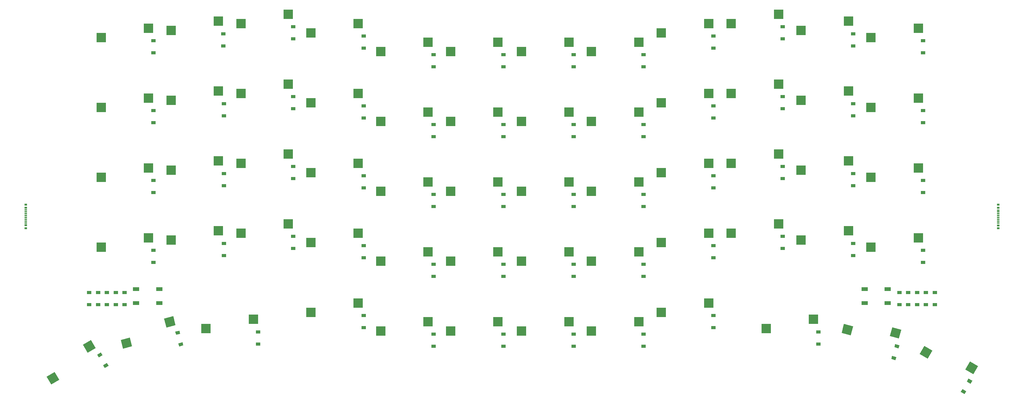
<source format=gbr>
G04 #@! TF.GenerationSoftware,KiCad,Pcbnew,(5.1.6)-1*
G04 #@! TF.CreationDate,2020-09-29T01:23:43+08:00*
G04 #@! TF.ProjectId,Cantaloupe,43616e74-616c-46f7-9570-652e6b696361,rev?*
G04 #@! TF.SameCoordinates,Original*
G04 #@! TF.FileFunction,Paste,Bot*
G04 #@! TF.FilePolarity,Positive*
%FSLAX46Y46*%
G04 Gerber Fmt 4.6, Leading zero omitted, Abs format (unit mm)*
G04 Created by KiCad (PCBNEW (5.1.6)-1) date 2020-09-29 01:23:43*
%MOMM*%
%LPD*%
G01*
G04 APERTURE LIST*
%ADD10R,0.800000X0.300000*%
%ADD11R,0.800000X0.600000*%
%ADD12C,0.100000*%
%ADD13R,2.550000X2.500000*%
%ADD14R,1.700000X1.000000*%
%ADD15R,1.200000X0.900000*%
G04 APERTURE END LIST*
D10*
X76052598Y-111883701D03*
X76052598Y-112383701D03*
X76052598Y-115383701D03*
X76052598Y-114883701D03*
X76052598Y-113883701D03*
X76052598Y-113383701D03*
X76052598Y-114383701D03*
X76052598Y-112883701D03*
D11*
X76052598Y-111233701D03*
X76052598Y-116033701D03*
X76052598Y-116833701D03*
X76052598Y-110433701D03*
D10*
X341102598Y-115398451D03*
X341102598Y-114898451D03*
X341102598Y-111898451D03*
X341102598Y-112398451D03*
X341102598Y-113398451D03*
X341102598Y-113898451D03*
X341102598Y-112898451D03*
X341102598Y-114398451D03*
D11*
X341102598Y-116048451D03*
X341102598Y-111248451D03*
X341102598Y-110448451D03*
X341102598Y-116848451D03*
D12*
G36*
X83928700Y-156026193D02*
G01*
X85178700Y-158191257D01*
X82970336Y-159466257D01*
X81720336Y-157301193D01*
X83928700Y-156026193D01*
G37*
G36*
X93853810Y-147362989D02*
G01*
X95103810Y-149528053D01*
X92895446Y-150803053D01*
X91645446Y-148637989D01*
X93853810Y-147362989D01*
G37*
G36*
X104379644Y-146623383D02*
G01*
X105026691Y-149038198D01*
X102563580Y-149698187D01*
X101916533Y-147283372D01*
X104379644Y-146623383D01*
G37*
G36*
X116208767Y-140824178D02*
G01*
X116855814Y-143238993D01*
X114392703Y-143898982D01*
X113745656Y-141484167D01*
X116208767Y-140824178D01*
G37*
D13*
X96572395Y-121996203D03*
X109499395Y-119456203D03*
X96572396Y-102946202D03*
X109499396Y-100406202D03*
X96572398Y-83896203D03*
X109499398Y-81356203D03*
X96572389Y-64846200D03*
X109499389Y-62306200D03*
X125147393Y-144221204D03*
X138074393Y-141681204D03*
X115622393Y-120091203D03*
X128549393Y-117551203D03*
X115622396Y-101041205D03*
X128549396Y-98501205D03*
X115622396Y-81991205D03*
X128549396Y-79451205D03*
X115622395Y-62941207D03*
X128549395Y-60401207D03*
X134672398Y-118186204D03*
X147599398Y-115646204D03*
X134672395Y-99136203D03*
X147599395Y-96596203D03*
X134672398Y-80086206D03*
X147599398Y-77546206D03*
X134672393Y-61036202D03*
X147599393Y-58496202D03*
X153722396Y-139776200D03*
X166649396Y-137236200D03*
X153722397Y-120726203D03*
X166649397Y-118186203D03*
X153722393Y-101676203D03*
X166649393Y-99136203D03*
X153722396Y-82626204D03*
X166649396Y-80086204D03*
X153722395Y-63576203D03*
X166649395Y-61036203D03*
X172772396Y-144856201D03*
X185699396Y-142316201D03*
X172772396Y-125806202D03*
X185699396Y-123266202D03*
X172772396Y-106756203D03*
X185699396Y-104216203D03*
X172772393Y-87706204D03*
X185699393Y-85166204D03*
X172772395Y-68656202D03*
X185699395Y-66116202D03*
X191822399Y-144856203D03*
X204749399Y-142316203D03*
X191822396Y-125806202D03*
X204749396Y-123266202D03*
X191822401Y-106756201D03*
X204749401Y-104216201D03*
X191822392Y-87706201D03*
X204749392Y-85166201D03*
X191822394Y-68656207D03*
X204749394Y-66116207D03*
D12*
G36*
X323162072Y-150216193D02*
G01*
X321912072Y-152381257D01*
X319703708Y-151106257D01*
X320953708Y-148941193D01*
X323162072Y-150216193D01*
G37*
G36*
X335627182Y-154479989D02*
G01*
X334377182Y-156645053D01*
X332168818Y-155370053D01*
X333418818Y-153204989D01*
X335627182Y-154479989D01*
G37*
G36*
X301550291Y-143615910D02*
G01*
X300903244Y-146030725D01*
X298440133Y-145370736D01*
X299087180Y-142955921D01*
X301550291Y-143615910D01*
G37*
G36*
X314694214Y-144508213D02*
G01*
X314047167Y-146923028D01*
X311584056Y-146263039D01*
X312231103Y-143848224D01*
X314694214Y-144508213D01*
G37*
D13*
X306411595Y-121996203D03*
X319338595Y-119456203D03*
X306411592Y-102946204D03*
X319338592Y-100406204D03*
X306411593Y-83896204D03*
X319338593Y-81356204D03*
X306411597Y-64846202D03*
X319338597Y-62306202D03*
X277836595Y-144221203D03*
X290763595Y-141681203D03*
X287361597Y-120091208D03*
X300288597Y-117551208D03*
X287361596Y-101041202D03*
X300288596Y-98501202D03*
X287361597Y-81991205D03*
X300288597Y-79451205D03*
X287361596Y-62941205D03*
X300288596Y-60401205D03*
X268311595Y-118186201D03*
X281238595Y-115646201D03*
X268311595Y-99136205D03*
X281238595Y-96596205D03*
X268311595Y-80086204D03*
X281238595Y-77546204D03*
X268311597Y-61036202D03*
X281238597Y-58496202D03*
X249261594Y-139776203D03*
X262188594Y-137236203D03*
X249261594Y-120726200D03*
X262188594Y-118186200D03*
X249261591Y-101676206D03*
X262188591Y-99136206D03*
X249261594Y-82626201D03*
X262188594Y-80086201D03*
X249261595Y-63576206D03*
X262188595Y-61036206D03*
X230211594Y-144856201D03*
X243138594Y-142316201D03*
X230211595Y-125806201D03*
X243138595Y-123266201D03*
X230211593Y-106756202D03*
X243138593Y-104216202D03*
X230211595Y-87706205D03*
X243138595Y-85166205D03*
X230211592Y-68656200D03*
X243138592Y-66116200D03*
X211161593Y-144856205D03*
X224088593Y-142316205D03*
X211161594Y-125806203D03*
X224088594Y-123266203D03*
X211161591Y-106756201D03*
X224088591Y-104216201D03*
X211161600Y-87706200D03*
X224088600Y-85166200D03*
X211161597Y-68656205D03*
X224088597Y-66116205D03*
D14*
X112430000Y-133470000D03*
X106130000Y-133470000D03*
X112430000Y-137270000D03*
X106130000Y-137270000D03*
X311024000Y-133470000D03*
X304724000Y-133470000D03*
X311024000Y-137270000D03*
X304724000Y-137270000D03*
D15*
X100545395Y-137711206D03*
X100545395Y-134411206D03*
X93306401Y-137711202D03*
X93306401Y-134411202D03*
X98132395Y-137711203D03*
X98132395Y-134411203D03*
X95719395Y-137711204D03*
X95719395Y-134411204D03*
X102958394Y-137711203D03*
X102958394Y-134411203D03*
X323847592Y-137711203D03*
X323847592Y-134411203D03*
X314195598Y-137711203D03*
X314195598Y-134411203D03*
X321434594Y-137711204D03*
X321434594Y-134411204D03*
X316608596Y-137711202D03*
X316608596Y-134411202D03*
X319021595Y-137711203D03*
X319021595Y-134411203D03*
X320640346Y-84786206D03*
X320640346Y-88086206D03*
X320640347Y-65736203D03*
X320640347Y-69036203D03*
D12*
G36*
X333604960Y-159236070D02*
G01*
X332565730Y-158636070D01*
X333015730Y-157856648D01*
X334054960Y-158456648D01*
X333604960Y-159236070D01*
G37*
G36*
X331954960Y-162093954D02*
G01*
X330915730Y-161493954D01*
X331365730Y-160714532D01*
X332404960Y-161314532D01*
X331954960Y-162093954D01*
G37*
D15*
X244440345Y-126696204D03*
X244440345Y-129996204D03*
X263490345Y-102566206D03*
X263490345Y-105866206D03*
X301590347Y-120981206D03*
X301590347Y-124281206D03*
X225390344Y-107646203D03*
X225390344Y-110946203D03*
X282381593Y-119076202D03*
X282381593Y-122376202D03*
X225390345Y-126696204D03*
X225390345Y-129996204D03*
X225390344Y-88596205D03*
X225390344Y-91896205D03*
X244440345Y-69546204D03*
X244440345Y-72846204D03*
X301590348Y-101931208D03*
X301590348Y-105231208D03*
X282381595Y-80976206D03*
X282381595Y-84276206D03*
X244440345Y-88596201D03*
X244440345Y-91896201D03*
D12*
G36*
X313971867Y-149625627D02*
G01*
X312812756Y-149315044D01*
X313045693Y-148445711D01*
X314204804Y-148756294D01*
X313971867Y-149625627D01*
G37*
G36*
X313117765Y-152813183D02*
G01*
X311958654Y-152502600D01*
X312191591Y-151633267D01*
X313350702Y-151943850D01*
X313117765Y-152813183D01*
G37*
D15*
X168109895Y-83516206D03*
X168109895Y-86816206D03*
X206209894Y-88596202D03*
X206209894Y-91896202D03*
X187159897Y-107646205D03*
X187159897Y-110946205D03*
X244440345Y-107646204D03*
X244440345Y-110946204D03*
X282381593Y-100026202D03*
X282381593Y-103326202D03*
X168109891Y-64466205D03*
X168109891Y-67766205D03*
X206209895Y-69546206D03*
X206209895Y-72846206D03*
X206209895Y-145746205D03*
X206209895Y-149046205D03*
X263490345Y-121616206D03*
X263490345Y-124916206D03*
X301590346Y-82881203D03*
X301590346Y-86181203D03*
X301590348Y-63831205D03*
X301590348Y-67131205D03*
X244440345Y-145746204D03*
X244440345Y-149046204D03*
X263490344Y-140666206D03*
X263490344Y-143966206D03*
X187159895Y-69546204D03*
X187159895Y-72846204D03*
X282381593Y-61926202D03*
X282381593Y-65226202D03*
X263490344Y-64466204D03*
X263490344Y-67766204D03*
X187159896Y-88596203D03*
X187159896Y-91896203D03*
X263490341Y-83516207D03*
X263490341Y-86816207D03*
X206209892Y-107646204D03*
X206209892Y-110946204D03*
X187159895Y-126696204D03*
X187159895Y-129996204D03*
X187159895Y-145746204D03*
X187159895Y-149046204D03*
X320640346Y-122886205D03*
X320640346Y-126186205D03*
X320640345Y-103836205D03*
X320640345Y-107136205D03*
X148901143Y-119076202D03*
X148901143Y-122376202D03*
X148901143Y-61926202D03*
X148901143Y-65226202D03*
X110801145Y-122886199D03*
X110801145Y-126186199D03*
D12*
G36*
X118141902Y-145617162D02*
G01*
X116982791Y-145927745D01*
X116749854Y-145058412D01*
X117908965Y-144747829D01*
X118141902Y-145617162D01*
G37*
G36*
X118996004Y-148804718D02*
G01*
X117836893Y-149115301D01*
X117603956Y-148245968D01*
X118763067Y-147935385D01*
X118996004Y-148804718D01*
G37*
G36*
X96961592Y-151492323D02*
G01*
X95922362Y-152092323D01*
X95472362Y-151312901D01*
X96511592Y-150712901D01*
X96961592Y-151492323D01*
G37*
G36*
X98611592Y-154350207D02*
G01*
X97572362Y-154950207D01*
X97122362Y-154170785D01*
X98161592Y-153570785D01*
X98611592Y-154350207D01*
G37*
D15*
X148901143Y-80976202D03*
X148901143Y-84276202D03*
X139376143Y-145111201D03*
X139376143Y-148411201D03*
X110801144Y-84786202D03*
X110801144Y-88086202D03*
X168109895Y-140666206D03*
X168109895Y-143966206D03*
X129851143Y-63831206D03*
X129851143Y-67131206D03*
X110801144Y-103836203D03*
X110801144Y-107136203D03*
X130009897Y-101931206D03*
X130009897Y-105231206D03*
X130009896Y-120981204D03*
X130009896Y-124281204D03*
X168109895Y-102566206D03*
X168109895Y-105866206D03*
X168109894Y-121616206D03*
X168109894Y-124916206D03*
X130009897Y-82881206D03*
X130009897Y-86181206D03*
X110801144Y-65736203D03*
X110801144Y-69036203D03*
X206209895Y-126696204D03*
X206209895Y-129996204D03*
X148901144Y-100026205D03*
X148901144Y-103326205D03*
X292065344Y-145111204D03*
X292065344Y-148411204D03*
X225390345Y-145746204D03*
X225390345Y-149046204D03*
X225390346Y-69546200D03*
X225390346Y-72846200D03*
M02*

</source>
